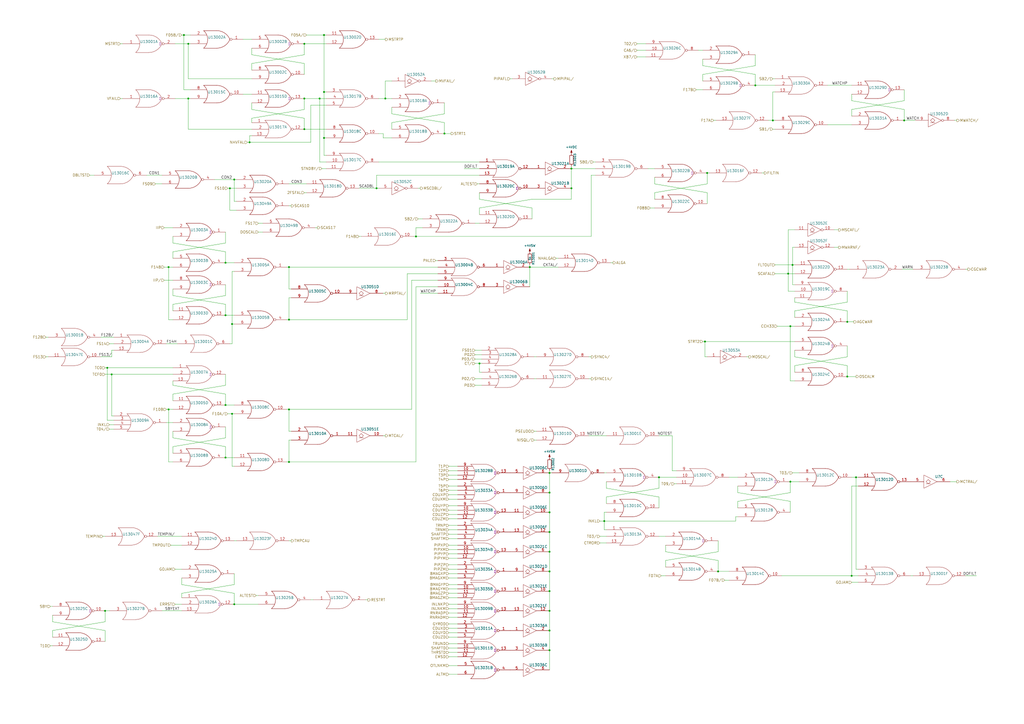
<source format=kicad_sch>
(kicad_sch (version 20211123) (generator eeschema)
  (paper "A2")
  (junction (at 167.64 185.42))
  (junction (at 144.78 82.55))
  (junction (at 318.77 331.47))
  (junction (at 318.77 354.33))
  (junction (at 491.49 186.69))
  (junction (at 458.47 189.23))
  (junction (at 350.52 302.26))
  (junction (at 382.27 276.86))
  (junction (at 416.56 331.47))
  (junction (at 318.77 308.61))
  (junction (at 167.64 154.94))
  (junction (at 130.81 234.95))
  (junction (at 410.21 100.33))
  (junction (at 408.94 198.12))
  (junction (at 135.89 104.14))
  (junction (at 458.47 279.4))
  (junction (at 457.2 158.75))
  (junction (at 130.81 265.43))
  (junction (at 257.81 77.47))
  (junction (at 218.44 109.22))
  (junction (at 491.49 218.44))
  (junction (at 109.22 57.15))
  (junction (at 109.22 25.4))
  (junction (at 106.68 20.32))
  (junction (at 318.77 297.18))
  (junction (at 97.79 154.94))
  (junction (at 318.77 320.04))
  (junction (at 130.81 152.4))
  (junction (at 185.42 57.15))
  (junction (at 318.77 274.32))
  (junction (at 318.77 365.76))
  (junction (at 187.96 80.01))
  (junction (at 318.77 377.19))
  (junction (at 62.23 213.36))
  (junction (at 318.77 285.75))
  (junction (at 130.81 182.88))
  (junction (at 331.47 109.22))
  (junction (at 60.96 354.33))
  (junction (at 241.3 137.16))
  (junction (at 494.03 334.01))
  (junction (at 524.51 69.85))
  (junction (at 459.74 153.67))
  (junction (at 64.77 217.17))
  (junction (at 307.34 154.94))
  (junction (at 134.62 240.03))
  (junction (at 187.96 20.32))
  (junction (at 438.15 49.53))
  (junction (at 278.13 210.82))
  (junction (at 97.79 237.49))
  (junction (at 133.35 109.22))
  (junction (at 176.53 57.15))
  (junction (at 187.96 53.34))
  (junction (at 135.89 350.52))
  (junction (at 134.62 187.96))
  (junction (at 176.53 74.93))
  (junction (at 331.47 97.79))
  (junction (at 318.77 342.9))
  (junction (at 223.52 57.15))
  (junction (at 167.64 237.49))
  (junction (at 167.64 267.97))
  (junction (at 176.53 25.4))
  (junction (at 496.57 276.86))
  (junction (at 448.31 69.85))
  (wire (pts (xy 167.64 172.72) (xy 168.91 172.72)))
  (wire (pts (xy 494.03 334.01) (xy 494.03 281.94)))
  (wire (pts (xy 63.5 248.92) (xy 66.04 248.92)))
  (wire (pts (xy 416.56 320.04) (xy 386.08 325.12)))
  (wire (pts (xy 408.94 207.01) (xy 410.21 207.01)))
  (wire (pts (xy 167.64 267.97) (xy 167.64 255.27)))
  (wire (pts (xy 496.57 276.86) (xy 496.57 330.2)))
  (wire (pts (xy 257.81 66.04) (xy 227.33 71.12)))
  (wire (pts (xy 308.61 115.57) (xy 278.13 120.65)))
  (wire (pts (xy 260.35 350.52) (xy 265.43 350.52)))
  (wire (pts (xy 176.53 74.93) (xy 176.53 68.58)))
  (wire (pts (xy 130.81 140.97) (xy 130.81 134.62)))
  (wire (pts (xy 309.88 255.27) (xy 311.15 255.27)))
  (wire (pts (xy 350.52 302.26) (xy 426.72 302.26)))
  (wire (pts (xy 130.81 223.52) (xy 130.81 217.17)))
  (wire (pts (xy 101.6 57.15) (xy 109.22 57.15)))
  (wire (pts (xy 223.52 46.99) (xy 223.52 57.15)))
  (wire (pts (xy 407.67 43.18) (xy 407.67 46.99)))
  (wire (pts (xy 223.52 57.15) (xy 227.33 57.15)))
  (wire (pts (xy 278.13 215.9) (xy 279.4 215.9)))
  (wire (pts (xy 416.56 325.12) (xy 386.08 320.04)))
  (wire (pts (xy 382.27 252.73) (xy 389.89 252.73)))
  (wire (pts (xy 494.03 63.5) (xy 494.03 67.31)))
  (wire (pts (xy 63.5 246.38) (xy 66.04 246.38)))
  (wire (pts (xy 130.81 228.6) (xy 130.81 234.95)))
  (wire (pts (xy 458.47 220.98) (xy 461.01 220.98)))
  (wire (pts (xy 458.47 189.23) (xy 461.01 189.23)))
  (wire (pts (xy 208.28 109.22) (xy 218.44 109.22)))
  (wire (pts (xy 167.64 250.19) (xy 168.91 250.19)))
  (wire (pts (xy 219.71 57.15) (xy 223.52 57.15)))
  (wire (pts (xy 62.23 243.84) (xy 66.04 243.84)))
  (wire (pts (xy 69.85 25.4) (xy 71.12 25.4)))
  (wire (pts (xy 187.96 53.34) (xy 187.96 80.01)))
  (wire (pts (xy 483.87 133.35) (xy 486.41 133.35)))
  (wire (pts (xy 350.52 274.32) (xy 351.79 274.32)))
  (wire (pts (xy 106.68 52.07) (xy 110.49 52.07)))
  (wire (pts (xy 59.69 311.15) (xy 60.96 311.15)))
  (wire (pts (xy 135.89 104.14) (xy 135.89 116.84)))
  (wire (pts (xy 223.52 22.86) (xy 219.71 22.86)))
  (wire (pts (xy 341.63 252.73) (xy 351.79 252.73)))
  (wire (pts (xy 130.81 171.45) (xy 130.81 165.1)))
  (wire (pts (xy 58.42 207.01) (xy 64.77 207.01)))
  (wire (pts (xy 135.89 339.09) (xy 135.89 332.74)))
  (wire (pts (xy 410.21 106.68) (xy 379.73 111.76)))
  (wire (pts (xy 60.96 354.33) (xy 63.5 354.33)))
  (wire (pts (xy 69.85 57.15) (xy 71.12 57.15)))
  (wire (pts (xy 260.35 287.02) (xy 265.43 287.02)))
  (wire (pts (xy 105.41 330.2) (xy 101.6 330.2)))
  (wire (pts (xy 176.53 57.15) (xy 185.42 57.15)))
  (wire (pts (xy 218.44 109.22) (xy 219.71 109.22)))
  (wire (pts (xy 176.53 36.83) (xy 146.05 31.75)))
  (wire (pts (xy 260.35 341.63) (xy 265.43 341.63)))
  (wire (pts (xy 64.77 241.3) (xy 66.04 241.3)))
  (wire (pts (xy 318.77 320.04) (xy 318.77 331.47)))
  (wire (pts (xy 344.17 93.98) (xy 345.44 93.98)))
  (wire (pts (xy 260.35 270.51) (xy 265.43 270.51)))
  (wire (pts (xy 260.35 386.08) (xy 265.43 386.08)))
  (wire (pts (xy 382.27 276.86) (xy 392.43 276.86)))
  (wire (pts (xy 176.53 74.93) (xy 189.23 74.93)))
  (wire (pts (xy 458.47 290.83) (xy 458.47 297.18)))
  (wire (pts (xy 260.35 361.95) (xy 265.43 361.95)))
  (wire (pts (xy 135.89 116.84) (xy 137.16 116.84)))
  (wire (pts (xy 60.96 217.17) (xy 64.77 217.17)))
  (wire (pts (xy 386.08 320.04) (xy 386.08 316.23)))
  (wire (pts (xy 494.03 58.42) (xy 494.03 54.61)))
  (wire (pts (xy 176.53 111.76) (xy 177.8 111.76)))
  (wire (pts (xy 130.81 259.08) (xy 100.33 254)))
  (wire (pts (xy 96.52 199.39) (xy 102.87 199.39)))
  (wire (pts (xy 410.21 118.11) (xy 410.21 111.76)))
  (wire (pts (xy 448.31 45.72) (xy 449.58 45.72)))
  (wire (pts (xy 58.42 195.58) (xy 66.04 195.58)))
  (wire (pts (xy 318.77 297.18) (xy 318.77 308.61)))
  (wire (pts (xy 275.59 208.28) (xy 279.4 208.28)))
  (wire (pts (xy 410.21 106.68) (xy 410.21 100.33)))
  (wire (pts (xy 242.57 109.22) (xy 243.84 109.22)))
  (wire (pts (xy 345.44 97.79) (xy 331.47 97.79)))
  (wire (pts (xy 242.57 127) (xy 245.11 127)))
  (wire (pts (xy 133.35 109.22) (xy 137.16 109.22)))
  (wire (pts (xy 146.05 31.75) (xy 146.05 27.94)))
  (wire (pts (xy 494.03 337.82) (xy 497.84 337.82)))
  (wire (pts (xy 182.88 132.08) (xy 184.15 132.08)))
  (wire (pts (xy 260.35 309.88) (xy 265.43 309.88)))
  (wire (pts (xy 457.2 133.35) (xy 457.2 158.75)))
  (wire (pts (xy 260.35 367.03) (xy 265.43 367.03)))
  (wire (pts (xy 480.06 72.39) (xy 494.03 72.39)))
  (wire (pts (xy 167.64 154.94) (xy 167.64 167.64)))
  (wire (pts (xy 491.49 180.34) (xy 491.49 186.69)))
  (wire (pts (xy 106.68 20.32) (xy 106.68 52.07)))
  (wire (pts (xy 386.08 325.12) (xy 386.08 328.93)))
  (wire (pts (xy 105.41 20.32) (xy 106.68 20.32)))
  (wire (pts (xy 528.32 334.01) (xy 529.59 334.01)))
  (wire (pts (xy 278.13 120.65) (xy 278.13 124.46)))
  (wire (pts (xy 252.73 46.99) (xy 250.19 46.99)))
  (wire (pts (xy 491.49 175.26) (xy 491.49 168.91)))
  (wire (pts (xy 427.99 290.83) (xy 427.99 294.64)))
  (wire (pts (xy 146.05 63.5) (xy 146.05 59.69)))
  (wire (pts (xy 176.53 57.15) (xy 176.53 63.5)))
  (wire (pts (xy 457.2 158.75) (xy 461.01 158.75)))
  (wire (pts (xy 100.33 146.05) (xy 100.33 149.86)))
  (wire (pts (xy 241.3 267.97) (xy 241.3 166.37)))
  (wire (pts (xy 350.52 297.18) (xy 351.79 297.18)))
  (wire (pts (xy 130.81 146.05) (xy 130.81 152.4)))
  (wire (pts (xy 375.92 97.79) (xy 379.73 97.79)))
  (wire (pts (xy 260.35 332.74) (xy 265.43 332.74)))
  (wire (pts (xy 64.77 217.17) (xy 100.33 217.17)))
  (wire (pts (xy 134.62 187.96) (xy 134.62 199.39)))
  (wire (pts (xy 260.35 284.48) (xy 265.43 284.48)))
  (wire (pts (xy 218.44 101.6) (xy 278.13 101.6)))
  (wire (pts (xy 459.74 143.51) (xy 459.74 153.67)))
  (wire (pts (xy 309.88 250.19) (xy 311.15 250.19)))
  (wire (pts (xy 416.56 313.69) (xy 416.56 320.04)))
  (wire (pts (xy 318.77 365.76) (xy 318.77 377.19)))
  (wire (pts (xy 307.34 154.94) (xy 307.34 166.37)))
  (wire (pts (xy 383.54 334.01) (xy 386.08 334.01)))
  (wire (pts (xy 167.64 185.42) (xy 167.64 172.72)))
  (wire (pts (xy 260.35 327.66) (xy 265.43 327.66)))
  (wire (pts (xy 461.01 133.35) (xy 457.2 133.35)))
  (wire (pts (xy 260.35 293.37) (xy 265.43 293.37)))
  (wire (pts (xy 448.31 69.85) (xy 448.31 53.34)))
  (wire (pts (xy 97.79 237.49) (xy 97.79 267.97)))
  (wire (pts (xy 30.48 374.65) (xy 29.21 374.65)))
  (wire (pts (xy 180.34 60.96) (xy 189.23 60.96)))
  (wire (pts (xy 130.81 265.43) (xy 135.89 265.43)))
  (wire (pts (xy 135.89 104.14) (xy 137.16 104.14)))
  (wire (pts (xy 101.6 25.4) (xy 109.22 25.4)))
  (wire (pts (xy 407.67 38.1) (xy 407.67 34.29)))
  (wire (pts (xy 422.91 276.86) (xy 427.99 276.86)))
  (wire (pts (xy 64.77 203.2) (xy 66.04 203.2)))
  (wire (pts (xy 63.5 199.39) (xy 66.04 199.39)))
  (wire (pts (xy 252.73 151.13) (xy 254 151.13)))
  (wire (pts (xy 260.35 300.99) (xy 265.43 300.99)))
  (wire (pts (xy 260.35 275.59) (xy 265.43 275.59)))
  (wire (pts (xy 219.71 93.98) (xy 278.13 93.98)))
  (wire (pts (xy 448.31 53.34) (xy 449.58 53.34)))
  (wire (pts (xy 494.03 276.86) (xy 496.57 276.86)))
  (wire (pts (xy 494.03 334.01) (xy 497.84 334.01)))
  (wire (pts (xy 236.22 185.42) (xy 236.22 158.75)))
  (wire (pts (xy 260.35 335.28) (xy 265.43 335.28)))
  (wire (pts (xy 480.06 49.53) (xy 494.03 49.53)))
  (wire (pts (xy 105.41 344.17) (xy 105.41 346.71)))
  (wire (pts (xy 100.33 171.45) (xy 100.33 167.64)))
  (wire (pts (xy 369.57 25.4) (xy 374.65 25.4)))
  (wire (pts (xy 166.37 237.49) (xy 167.64 237.49)))
  (wire (pts (xy 278.13 210.82) (xy 279.4 210.82)))
  (wire (pts (xy 260.35 295.91) (xy 265.43 295.91)))
  (wire (pts (xy 260.35 344.17) (xy 265.43 344.17)))
  (wire (pts (xy 135.89 157.48) (xy 134.62 157.48)))
  (wire (pts (xy 135.89 339.09) (xy 105.41 344.17)))
  (wire (pts (xy 275.59 219.71) (xy 279.4 219.71)))
  (wire (pts (xy 382.27 283.21) (xy 351.79 288.29)))
  (wire (pts (xy 318.77 274.32) (xy 318.77 285.75)))
  (wire (pts (xy 227.33 46.99) (xy 223.52 46.99)))
  (wire (pts (xy 523.24 156.21) (xy 529.59 156.21)))
  (wire (pts (xy 307.34 153.67) (xy 307.34 154.94)))
  (wire (pts (xy 449.58 153.67) (xy 459.74 153.67)))
  (wire (pts (xy 167.64 185.42) (xy 236.22 185.42)))
  (wire (pts (xy 318.77 274.32) (xy 320.04 274.32)))
  (wire (pts (xy 185.42 57.15) (xy 185.42 93.98)))
  (wire (pts (xy 433.07 207.01) (xy 434.34 207.01)))
  (wire (pts (xy 553.72 69.85) (xy 554.99 69.85)))
  (wire (pts (xy 134.62 199.39) (xy 133.35 199.39)))
  (wire (pts (xy 416.56 325.12) (xy 416.56 331.47)))
  (wire (pts (xy 130.81 146.05) (xy 100.33 140.97)))
  (wire (pts (xy 260.35 316.23) (xy 265.43 316.23)))
  (wire (pts (xy 309.88 207.01) (xy 311.15 207.01)))
  (wire (pts (xy 438.15 38.1) (xy 438.15 31.75)))
  (wire (pts (xy 427.99 285.75) (xy 427.99 281.94)))
  (wire (pts (xy 167.64 167.64) (xy 168.91 167.64)))
  (wire (pts (xy 109.22 25.4) (xy 109.22 45.72)))
  (wire (pts (xy 457.2 168.91) (xy 461.01 168.91)))
  (wire (pts (xy 524.51 69.85) (xy 530.86 69.85)))
  (wire (pts (xy 260.35 381) (xy 265.43 381)))
  (wire (pts (xy 100.33 228.6) (xy 100.33 232.41)))
  (wire (pts (xy 389.89 252.73) (xy 389.89 273.05)))
  (wire (pts (xy 260.35 273.05) (xy 265.43 273.05)))
  (wire (pts (xy 391.16 280.67) (xy 392.43 280.67)))
  (wire (pts (xy 91.44 311.15) (xy 105.41 311.15)))
  (wire (pts (xy 458.47 285.75) (xy 427.99 290.83)))
  (wire (pts (xy 257.81 71.12) (xy 227.33 66.04)))
  (wire (pts (xy 176.53 25.4) (xy 176.53 31.75)))
  (wire (pts (xy 187.96 20.32) (xy 187.96 53.34)))
  (wire (pts (xy 410.21 111.76) (xy 379.73 106.68)))
  (wire (pts (xy 140.97 54.61) (xy 146.05 54.61)))
  (wire (pts (xy 369.57 29.21) (xy 374.65 29.21)))
  (wire (pts (xy 130.81 223.52) (xy 100.33 228.6)))
  (wire (pts (xy 257.81 77.47) (xy 257.81 71.12)))
  (wire (pts (xy 426.72 302.26) (xy 426.72 299.72)))
  (wire (pts (xy 105.41 350.52) (xy 101.6 350.52)))
  (wire (pts (xy 167.64 255.27) (xy 168.91 255.27)))
  (wire (pts (xy 420.37 336.55) (xy 422.91 336.55)))
  (wire (pts (xy 238.76 237.49) (xy 238.76 162.56)))
  (wire (pts (xy 448.31 69.85) (xy 449.58 69.85)))
  (wire (pts (xy 459.74 143.51) (xy 461.01 143.51)))
  (wire (pts (xy 186.69 97.79) (xy 189.23 97.79)))
  (wire (pts (xy 414.02 69.85) (xy 415.29 69.85)))
  (wire (pts (xy 382.27 276.86) (xy 382.27 283.21)))
  (wire (pts (xy 241.3 132.08) (xy 245.11 132.08)))
  (wire (pts (xy 278.13 210.82) (xy 278.13 215.9)))
  (wire (pts (xy 382.27 288.29) (xy 382.27 294.64)))
  (wire (pts (xy 260.35 298.45) (xy 265.43 298.45)))
  (wire (pts (xy 491.49 175.26) (xy 461.01 180.34)))
  (wire (pts (xy 130.81 176.53) (xy 130.81 182.88)))
  (wire (pts (xy 167.64 267.97) (xy 241.3 267.97)))
  (wire (pts (xy 457.2 158.75) (xy 457.2 168.91)))
  (wire (pts (xy 308.61 120.65) (xy 278.13 115.57)))
  (wire (pts (xy 96.52 245.11) (xy 100.33 245.11)))
  (wire (pts (xy 260.35 373.38) (xy 265.43 373.38)))
  (wire (pts (xy 100.33 140.97) (xy 100.33 137.16)))
  (wire (pts (xy 130.81 171.45) (xy 100.33 176.53)))
  (wire (pts (xy 405.13 29.21) (xy 407.67 29.21)))
  (wire (pts (xy 149.86 134.62) (xy 152.4 134.62)))
  (wire (pts (xy 524.51 69.85) (xy 524.51 63.5)))
  (wire (pts (xy 167.64 154.94) (xy 254 154.94)))
  (wire (pts (xy 416.56 331.47) (xy 422.91 331.47)))
  (wire (pts (xy 167.64 237.49) (xy 167.64 250.19)))
  (wire (pts (xy 30.48 360.68) (xy 30.48 356.87)))
  (wire (pts (xy 438.15 38.1) (xy 407.67 43.18)))
  (wire (pts (xy 318.77 331.47) (xy 318.77 342.9)))
  (wire (pts (xy 105.41 339.09) (xy 105.41 335.28)))
  (wire (pts (xy 408.94 198.12) (xy 461.01 198.12)))
  (wire (pts (xy 448.31 74.93) (xy 449.58 74.93)))
  (wire (pts (xy 382.27 311.15) (xy 386.08 311.15)))
  (wire (pts (xy 130.81 182.88) (xy 135.89 182.88)))
  (wire (pts (xy 143.51 82.55) (xy 144.78 82.55)))
  (wire (pts (xy 257.81 77.47) (xy 261.62 77.47)))
  (wire (pts (xy 95.25 132.08) (xy 100.33 132.08)))
  (wire (pts (xy 62.23 213.36) (xy 100.33 213.36)))
  (wire (pts (xy 461.01 180.34) (xy 461.01 184.15)))
  (wire (pts (xy 347.98 311.15) (xy 351.79 311.15)))
  (wire (pts (xy 93.98 106.68) (xy 90.17 106.68)))
  (wire (pts (xy 180.34 82.55) (xy 180.34 60.96)))
  (wire (pts (xy 236.22 158.75) (xy 254 158.75)))
  (wire (pts (xy 166.37 154.94) (xy 167.64 154.94)))
  (wire (pts (xy 241.3 137.16) (xy 241.3 132.08)))
  (wire (pts (xy 342.9 137.16) (xy 342.9 101.6)))
  (wire (pts (xy 148.59 345.44) (xy 149.86 345.44)))
  (wire (pts (xy 275.59 210.82) (xy 278.13 210.82)))
  (wire (pts (xy 275.59 223.52) (xy 279.4 223.52)))
  (wire (pts (xy 260.35 289.56) (xy 265.43 289.56)))
  (wire (pts (xy 309.88 219.71) (xy 311.15 219.71)))
  (wire (pts (xy 278.13 97.79) (xy 269.24 97.79)))
  (wire (pts (xy 62.23 213.36) (xy 62.23 243.84)))
  (wire (pts (xy 260.35 323.85) (xy 265.43 323.85)))
  (wire (pts (xy 524.51 58.42) (xy 494.03 63.5)))
  (wire (pts (xy 410.21 100.33) (xy 411.48 100.33)))
  (wire (pts (xy 257.81 66.04) (xy 257.81 59.69)))
  (wire (pts (xy 260.35 378.46) (xy 265.43 378.46)))
  (wire (pts (xy 377.19 120.65) (xy 379.73 120.65)))
  (wire (pts (xy 96.52 237.49) (xy 97.79 237.49)))
  (wire (pts (xy 100.33 223.52) (xy 100.33 220.98)))
  (wire (pts (xy 524.51 58.42) (xy 524.51 52.07)))
  (wire (pts (xy 106.68 20.32) (xy 110.49 20.32)))
  (wire (pts (xy 308.61 127) (xy 308.61 120.65)))
  (wire (pts (xy 350.52 302.26) (xy 350.52 307.34)))
  (wire (pts (xy 260.35 391.16) (xy 265.43 391.16)))
  (wire (pts (xy 260.35 369.57) (xy 265.43 369.57)))
  (wire (pts (xy 60.96 372.11) (xy 60.96 365.76)))
  (wire (pts (xy 130.81 140.97) (xy 100.33 146.05)))
  (wire (pts (xy 331.47 115.57) (xy 308.61 115.57)))
  (wire (pts (xy 560.07 156.21) (xy 561.34 156.21)))
  (wire (pts (xy 130.81 265.43) (xy 130.81 259.08)))
  (wire (pts (xy 459.74 274.32) (xy 463.55 274.32)))
  (wire (pts (xy 146.05 36.83) (xy 146.05 40.64)))
  (wire (pts (xy 109.22 57.15) (xy 109.22 74.93)))
  (wire (pts (xy 320.04 45.72) (xy 321.31 45.72)))
  (wire (pts (xy 140.97 22.86) (xy 146.05 22.86)))
  (wire (pts (xy 124.46 104.14) (xy 135.89 104.14)))
  (wire (pts (xy 167.64 237.49) (xy 238.76 237.49)))
  (wire (pts (xy 461.01 212.09) (xy 461.01 215.9)))
  (wire (pts (xy 213.36 347.98) (xy 212.09 347.98)))
  (wire (pts (xy 241.3 137.16) (xy 342.9 137.16)))
  (wire (pts (xy 382.27 288.29) (xy 351.79 283.21)))
  (wire (pts (xy 130.81 228.6) (xy 100.33 223.52)))
  (wire (pts (xy 566.42 334.01) (xy 560.07 334.01)))
  (wire (pts (xy 342.9 207.01) (xy 341.63 207.01)))
  (wire (pts (xy 135.89 270.51) (xy 134.62 270.51)))
  (wire (pts (xy 260.35 346.71) (xy 265.43 346.71)))
  (wire (pts (xy 26.67 195.58) (xy 27.94 195.58)))
  (wire (pts (xy 369.57 33.02) (xy 374.65 33.02)))
  (wire (pts (xy 494.03 281.94) (xy 497.84 281.94)))
  (wire (pts (xy 275.59 203.2) (xy 279.4 203.2)))
  (wire (pts (xy 260.35 318.77) (xy 265.43 318.77)))
  (wire (pts (xy 496.57 330.2) (xy 497.84 330.2)))
  (wire (pts (xy 449.58 158.75) (xy 457.2 158.75)))
  (wire (pts (xy 347.98 314.96) (xy 351.79 314.96)))
  (wire (pts (xy 100.33 176.53) (xy 100.33 180.34)))
  (wire (pts (xy 60.96 365.76) (xy 30.48 360.68)))
  (wire (pts (xy 187.96 20.32) (xy 189.23 20.32)))
  (wire (pts (xy 491.49 207.01) (xy 461.01 212.09)))
  (wire (pts (xy 185.42 93.98) (xy 189.23 93.98)))
  (wire (pts (xy 318.77 285.75) (xy 318.77 297.18)))
  (wire (pts (xy 260.35 312.42) (xy 265.43 312.42)))
  (wire (pts (xy 491.49 180.34) (xy 461.01 175.26)))
  (wire (pts (xy 130.81 254) (xy 130.81 247.65)))
  (wire (pts (xy 222.25 80.01) (xy 227.33 80.01)))
  (wire (pts (xy 438.15 49.53) (xy 449.58 49.53)))
  (wire (pts (xy 260.35 353.06) (xy 265.43 353.06)))
  (wire (pts (xy 99.06 316.23) (xy 105.41 316.23)))
  (wire (pts (xy 491.49 186.69) (xy 495.3 186.69)))
  (wire (pts (xy 134.62 157.48) (xy 134.62 187.96)))
  (wire (pts (xy 222.25 252.73) (xy 223.52 252.73)))
  (wire (pts (xy 130.81 176.53) (xy 100.33 171.45)))
  (wire (pts (xy 260.35 321.31) (xy 265.43 321.31)))
  (wire (pts (xy 177.8 20.32) (xy 187.96 20.32)))
  (wire (pts (xy 491.49 218.44) (xy 491.49 212.09)))
  (wire (pts (xy 208.28 137.16) (xy 209.55 137.16)))
  (wire (pts (xy 95.25 154.94) (xy 97.79 154.94)))
  (wire (pts (xy 459.74 165.1) (xy 461.01 165.1)))
  (wire (pts (xy 54.61 101.6) (xy 52.07 101.6)))
  (wire (pts (xy 130.81 254) (xy 100.33 259.08)))
  (wire (pts (xy 350.52 297.18) (xy 350.52 302.26)))
  (wire (pts (xy 379.73 106.68) (xy 379.73 102.87)))
  (wire (pts (xy 342.9 219.71) (xy 341.63 219.71)))
  (wire (pts (xy 130.81 234.95) (xy 135.89 234.95)))
  (wire (pts (xy 461.01 207.01) (xy 461.01 203.2)))
  (wire (pts (xy 97.79 267.97) (xy 100.33 267.97)))
  (wire (pts (xy 458.47 189.23) (xy 458.47 220.98)))
  (wire (pts (xy 554.99 279.4) (xy 551.18 279.4)))
  (wire (pts (xy 132.08 109.22) (xy 133.35 109.22)))
  (wire (pts (xy 60.96 360.68) (xy 30.48 365.76)))
  (wire (pts (xy 260.35 278.13) (xy 265.43 278.13)))
  (wire (pts (xy 491.49 156.21) (xy 492.76 156.21)))
  (wire (pts (xy 458.47 285.75) (xy 458.47 279.4)))
  (wire (pts (xy 408.94 198.12) (xy 408.94 207.01)))
  (wire (pts (xy 133.35 121.92) (xy 137.16 121.92)))
  (wire (pts (xy 260.35 358.14) (xy 265.43 358.14)))
  (wire (pts (xy 407.67 198.12) (xy 408.94 198.12)))
  (wire (pts (xy 491.49 212.09) (xy 461.01 207.01)))
  (wire (pts (xy 176.53 43.18) (xy 176.53 36.83)))
  (wire (pts (xy 135.89 350.52) (xy 135.89 344.17)))
  (wire (pts (xy 132.08 240.03) (xy 134.62 240.03)))
  (wire (pts (xy 97.79 154.94) (xy 100.33 154.94)))
  (wire (pts (xy 275.59 205.74) (xy 279.4 205.74)))
  (wire (pts (xy 168.91 313.69) (xy 167.64 313.69)))
  (wire (pts (xy 403.86 52.07) (xy 407.67 52.07)))
  (wire (pts (xy 222.25 80.01) (xy 222.25 77.47)))
  (wire (pts (xy 459.74 153.67) (xy 459.74 165.1)))
  (wire (pts (xy 176.53 25.4) (xy 189.23 25.4)))
  (wire (pts (xy 167.64 119.38) (xy 168.91 119.38)))
  (wire (pts (xy 524.51 63.5) (xy 494.03 58.42)))
  (wire (pts (xy 97.79 237.49) (xy 100.33 237.49)))
  (wire (pts (xy 218.44 109.22) (xy 218.44 101.6)))
  (wire (pts (xy 189.23 53.34) (xy 187.96 53.34)))
  (wire (pts (xy 275.59 129.54) (xy 278.13 129.54)))
  (wire (pts (xy 109.22 57.15) (xy 110.49 57.15)))
  (wire (pts (xy 342.9 101.6) (xy 345.44 101.6)))
  (wire (pts (xy 318.77 308.61) (xy 318.77 320.04)))
  (wire (pts (xy 135.89 313.69) (xy 137.16 313.69)))
  (wire (pts (xy 295.91 45.72) (xy 297.18 45.72)))
  (wire (pts (xy 144.78 82.55) (xy 180.34 82.55)))
  (wire (pts (xy 260.35 307.34) (xy 265.43 307.34)))
  (wire (pts (xy 260.35 339.09) (xy 265.43 339.09)))
  (wire (pts (xy 144.78 78.74) (xy 146.05 78.74)))
  (wire (pts (xy 60.96 360.68) (xy 60.96 354.33)))
  (wire (pts (xy 323.85 149.86) (xy 322.58 149.86)))
  (wire (pts (xy 185.42 57.15) (xy 189.23 57.15)))
  (wire (pts (xy 458.47 279.4) (xy 463.55 279.4)))
  (wire (pts (xy 166.37 267.97) (xy 167.64 267.97)))
  (wire (pts (xy 459.74 153.67) (xy 461.01 153.67)))
  (wire (pts (xy 133.35 109.22) (xy 133.35 121.92)))
  (wire (pts (xy 318.77 342.9) (xy 318.77 354.33)))
  (wire (pts (xy 318.77 273.05) (xy 318.77 274.32)))
  (wire (pts (xy 135.89 344.17) (xy 105.41 339.09)))
  (wire (pts (xy 227.33 66.04) (xy 227.33 62.23)))
  (wire (pts (xy 458.47 290.83) (xy 427.99 285.75)))
  (wire (pts (xy 355.6 152.4) (xy 354.33 152.4)))
  (wire (pts (xy 496.57 276.86) (xy 497.84 276.86)))
  (wire (pts (xy 93.98 354.33) (xy 105.41 354.33)))
  (wire (pts (xy 426.72 299.72) (xy 427.99 299.72)))
  (wire (pts (xy 146.05 68.58) (xy 146.05 71.12)))
  (wire (pts (xy 347.98 302.26) (xy 350.52 302.26)))
  (wire (pts (xy 260.35 364.49) (xy 265.43 364.49)))
  (wire (pts (xy 187.96 80.01) (xy 187.96 90.17)))
  (wire (pts (xy 134.62 187.96) (xy 135.89 187.96)))
  (wire (pts (xy 445.77 69.85) (xy 448.31 69.85)))
  (wire (pts (xy 278.13 115.57) (xy 278.13 111.76)))
  (wire (pts (xy 222.25 170.18) (xy 223.52 170.18)))
  (wire (pts (xy 176.53 31.75) (xy 146.05 36.83)))
  (wire (pts (xy 438.15 49.53) (xy 438.15 43.18)))
  (wire (pts (xy 379.73 111.76) (xy 379.73 115.57)))
  (wire (pts (xy 260.35 330.2) (xy 265.43 330.2)))
  (wire (pts (xy 240.03 137.16) (xy 241.3 137.16)))
  (wire (pts (xy 97.79 185.42) (xy 100.33 185.42)))
  (wire (pts (xy 180.34 347.98) (xy 181.61 347.98)))
  (wire (pts (xy 461.01 175.26) (xy 461.01 172.72)))
  (wire (pts (xy 241.3 166.37) (xy 254 166.37)))
  (wire (pts (xy 64.77 207.01) (xy 64.77 203.2)))
  (wire (pts (xy 64.77 217.17) (xy 64.77 241.3)))
  (wire (pts (xy 60.96 213.36) (xy 62.23 213.36)))
  (wire (pts (xy 30.48 351.79) (xy 29.21 351.79)))
  (wire (pts (xy 134.62 240.03) (xy 135.89 240.03)))
  (wire (pts (xy 93.98 101.6) (xy 85.09 101.6)))
  (wire (pts (xy 135.89 350.52) (xy 149.86 350.52)))
  (wire (pts (xy 109.22 74.93) (xy 146.05 74.93)))
  (wire (pts (xy 97.79 185.42) (xy 97.79 154.94)))
  (wire (pts (xy 109.22 45.72) (xy 146.05 45.72)))
  (wire (pts (xy 318.77 377.19) (xy 318.77 388.62)))
  (wire (pts (xy 26.67 207.01) (xy 27.94 207.01)))
  (wire (pts (xy 438.15 43.18) (xy 407.67 38.1)))
  (wire (pts (xy 441.96 100.33) (xy 443.23 100.33)))
  (wire (pts (xy 351.79 288.29) (xy 351.79 292.1)))
  (wire (pts (xy 187.96 80.01) (xy 189.23 80.01)))
  (wire (pts (xy 389.89 273.05) (xy 392.43 273.05)))
  (wire (pts (xy 350.52 307.34) (xy 351.79 307.34)))
  (wire (pts (xy 331.47 97.79) (xy 331.47 109.22)))
  (wire (pts (xy 30.48 365.76) (xy 30.48 369.57)))
  (wire (pts (xy 491.49 207.01) (xy 491.49 200.66)))
  (wire (pts (xy 331.47 96.52) (xy 331.47 97.79)))
  (wire (pts (xy 260.35 281.94) (xy 265.43 281.94)))
  (wire (pts (xy 144.78 78.74) (xy 144.78 82.55)))
  (wire (pts (xy 351.79 283.21) (xy 351.79 279.4)))
  (wire (pts (xy 176.53 63.5) (xy 146.05 68.58)))
  (wire (pts (xy 95.25 162.56) (xy 100.33 162.56)))
  (wire (pts (xy 260.35 375.92) (xy 265.43 375.92)))
  (wire (pts (xy 243.84 170.18) (xy 254 170.18)))
  (wire (pts (xy 318.77 354.33) (xy 318.77 365.76)))
  (wire (pts (xy 278.13 106.68) (xy 276.86 106.68)))
  (wire (pts (xy 100.33 259.08) (xy 100.33 262.89)))
  (wire (pts (xy 109.22 25.4) (xy 110.49 25.4)))
  (wire (pts (xy 222.25 77.47) (xy 219.71 77.47)))
  (wire (pts (xy 134.62 270.51) (xy 134.62 240.03)))
  (wire (pts (xy 227.33 71.12) (xy 227.33 74.93)))
  (wire (pts (xy 453.39 334.01) (xy 494.03 334.01)))
  (wire (pts (xy 260.35 355.6) (xy 265.43 355.6)))
  (wire (pts (xy 238.76 162.56) (xy 254 162.56)))
  (wire (pts (xy 331.47 109.22) (xy 331.47 115.57)))
  (wire (pts (xy 491.49 218.44) (xy 496.57 218.44)))
  (wire (pts (xy 260.35 304.8) (xy 265.43 304.8)))
  (wire (pts (xy 450.85 189.23) (xy 458.47 189.23)))
  (wire (pts (xy 176.53 68.58) (xy 146.05 63.5)))
  (wire (pts (xy 177.8 106.68) (xy 167.64 106.68)))
  (wire (pts (xy 149.86 129.54) (xy 152.4 129.54)))
  (wire (pts (xy 100.33 254) (xy 100.33 250.19)))
  (wire (pts (xy 166.37 185.42) (xy 167.64 185.42)))
  (wire (pts (xy 307.34 154.94) (xy 323.85 154.94)))
  (wire (pts (xy 130.81 152.4) (xy 135.89 152.4)))
  (wire (pts (xy 483.87 143.51) (xy 486.41 143.51)))
  (wire (pts (xy 187.96 90.17) (xy 189.23 90.17)))
  (label "FS13/" (at 64.77 207.01 180) (effects (font (size 1.524 1.524))))
  (label "TEMPIN/" (at 91.44 311.15 0) (effects (font (size 1.524 1.524))))
  (label "NOTEST" (at 389.89 252.73 180) (effects (font (size 1.524 1.524))))
  (label "WARN" (at 529.59 156.21 180) (effects (font (size 1.524 1.524))))
  (label "CON1" (at 86.36 101.6 0) (effects (font (size 1.524 1.524))))
  (label "NOTEST/" (at 350.52 252.73 180) (effects (font (size 1.524 1.524))))
  (label "DOFILT" (at 269.24 97.79 0) (effects (font (size 1.524 1.524))))
  (label "SCADBL" (at 208.28 109.22 0) (effects (font (size 1.524 1.524))))
  (label "CKTAL/" (at 314.96 154.94 0) (effects (font (size 1.524 1.524))))
  (label "F12B/" (at 66.04 195.58 180) (effects (font (size 1.524 1.524))))
  (label "CON3" (at 168.91 106.68 0) (effects (font (size 1.524 1.524))))
  (label "WATCHP" (at 243.84 170.18 0) (effects (font (size 1.524 1.524))))
  (label "DOFILT" (at 566.42 334.01 180) (effects (font (size 1.524 1.524))))
  (label "CON2" (at 128.27 104.14 0) (effects (font (size 1.524 1.524))))
  (label "F14H" (at 96.52 199.39 0) (effects (font (size 1.524 1.524))))
  (label "WATCHP" (at 482.6 49.53 0) (effects (font (size 1.524 1.524))))
  (label "SBYEXT" (at 104.14 354.33 180) (effects (font (size 1.524 1.524))))
  (label "WATCH" (at 525.78 69.85 0) (effects (font (size 1.524 1.524))))
  (hierarchical_label "XB7/" (shape input) (at 369.57 33.02 180) (effects (font (size 1.524 1.524))))
  (hierarchical_label "SB1/" (shape input) (at 448.31 74.93 180) (effects (font (size 1.524 1.524))))
  (hierarchical_label "F12B" (shape input) (at 26.67 195.58 180) (effects (font (size 1.524 1.524))))
  (hierarchical_label "P03" (shape input) (at 275.59 223.52 180) (effects (font (size 1.524 1.524))))
  (hierarchical_label "P02/" (shape input) (at 275.59 219.71 180) (effects (font (size 1.524 1.524))))
  (hierarchical_label "T6P" (shape input) (at 260.35 284.48 180) (effects (font (size 1.524 1.524))))
  (hierarchical_label "GOJAM" (shape input) (at 494.03 337.82 180) (effects (font (size 1.524 1.524))))
  (hierarchical_label "T04/" (shape input) (at 63.5 248.92 180) (effects (font (size 1.524 1.524))))
  (hierarchical_label "ERRST" (shape input) (at 101.6 350.52 180) (effects (font (size 1.524 1.524))))
  (hierarchical_label "CA6/" (shape input) (at 369.57 29.21 180) (effects (font (size 1.524 1.524))))
  (hierarchical_label "MSTRT" (shape input) (at 69.85 25.4 180) (effects (font (size 1.524 1.524))))
  (hierarchical_label "CDUXP" (shape input) (at 260.35 287.02 180) (effects (font (size 1.524 1.524))))
  (hierarchical_label "STNDBY/" (shape input) (at 186.69 97.79 180) (effects (font (size 1.524 1.524))))
  (hierarchical_label "T02/" (shape input) (at 369.57 25.4 180) (effects (font (size 1.524 1.524))))
  (hierarchical_label "PIPXP" (shape input) (at 260.35 316.23 180) (effects (font (size 1.524 1.524))))
  (hierarchical_label "SBY" (shape input) (at 29.21 351.79 180) (effects (font (size 1.524 1.524))))
  (hierarchical_label "AGCWAR" (shape output) (at 495.3 186.69 0) (effects (font (size 1.524 1.524))))
  (hierarchical_label "F07B/" (shape input) (at 420.37 336.55 180) (effects (font (size 1.524 1.524))))
  (hierarchical_label "CGCWAR" (shape output) (at 561.34 156.21 0) (effects (font (size 1.524 1.524))))
  (hierarchical_label "GOJAM" (shape input) (at 101.6 330.2 180) (effects (font (size 1.524 1.524))))
  (hierarchical_label "RNRADM" (shape input) (at 260.35 358.14 180) (effects (font (size 1.524 1.524))))
  (hierarchical_label "SCAS17" (shape output) (at 184.15 132.08 0) (effects (font (size 1.524 1.524))))
  (hierarchical_label "TRNP" (shape input) (at 260.35 304.8 180) (effects (font (size 1.524 1.524))))
  (hierarchical_label "F17B" (shape input) (at 403.86 52.07 180) (effects (font (size 1.524 1.524))))
  (hierarchical_label "ALTM" (shape input) (at 260.35 391.16 180) (effects (font (size 1.524 1.524))))
  (hierarchical_label "SCAFAL" (shape input) (at 449.58 158.75 180) (effects (font (size 1.524 1.524))))
  (hierarchical_label "FS01" (shape input) (at 275.59 203.2 180) (effects (font (size 1.524 1.524))))
  (hierarchical_label "MPIPAL/" (shape output) (at 321.31 45.72 0) (effects (font (size 1.524 1.524))))
  (hierarchical_label "SB2/" (shape input) (at 448.31 45.72 180) (effects (font (size 1.524 1.524))))
  (hierarchical_label "PIPZM" (shape input) (at 260.35 330.2 180) (effects (font (size 1.524 1.524))))
  (hierarchical_label "CCH33" (shape input) (at 450.85 189.23 180) (effects (font (size 1.524 1.524))))
  (hierarchical_label "P02" (shape input) (at 275.59 205.74 180) (effects (font (size 1.524 1.524))))
  (hierarchical_label "CDUZP" (shape input) (at 260.35 298.45 180) (effects (font (size 1.524 1.524))))
  (hierarchical_label "RESTRT" (shape output) (at 213.36 347.98 0) (effects (font (size 1.524 1.524))))
  (hierarchical_label "STRT1" (shape output) (at 261.62 77.47 0) (effects (font (size 1.524 1.524))))
  (hierarchical_label "F08B" (shape input) (at 377.19 120.65 180) (effects (font (size 1.524 1.524))))
  (hierarchical_label "DBLTST" (shape input) (at 52.07 101.6 180) (effects (font (size 1.524 1.524))))
  (hierarchical_label "T10" (shape input) (at 29.21 374.65 180) (effects (font (size 1.524 1.524))))
  (hierarchical_label "BMAGZM" (shape input) (at 260.35 346.71 180) (effects (font (size 1.524 1.524))))
  (hierarchical_label "T03/" (shape input) (at 347.98 311.15 180) (effects (font (size 1.524 1.524))))
  (hierarchical_label "F07A" (shape input) (at 383.54 334.01 180) (effects (font (size 1.524 1.524))))
  (hierarchical_label "TMPOUT" (shape input) (at 99.06 316.23 180) (effects (font (size 1.524 1.524))))
  (hierarchical_label "SHAFTP" (shape input) (at 260.35 309.88 180) (effects (font (size 1.524 1.524))))
  (hierarchical_label "BMAGXP" (shape input) (at 260.35 332.74 180) (effects (font (size 1.524 1.524))))
  (hierarchical_label "SHAFTD" (shape input) (at 260.35 375.92 180) (effects (font (size 1.524 1.524))))
  (hierarchical_label "INLNKM" (shape input) (at 260.35 353.06 180) (effects (font (size 1.524 1.524))))
  (hierarchical_label "CDUXM" (shape input) (at 260.35 289.56 180) (effects (font (size 1.524 1.524))))
  (hierarchical_label "RNRADP" (shape input) (at 260.35 355.6 180) (effects (font (size 1.524 1.524))))
  (hierarchical_label "VFAIL" (shape input) (at 69.85 57.15 180) (effects (font (size 1.524 1.524))))
  (hierarchical_label "F05A/" (shape input) (at 177.8 20.32 180) (effects (font (size 1.524 1.524))))
  (hierarchical_label "TRUND" (shape input) (at 260.35 373.38 180) (effects (font (size 1.524 1.524))))
  (hierarchical_label "IIP" (shape input) (at 95.25 132.08 180) (effects (font (size 1.524 1.524))))
  (hierarchical_label "P03/" (shape input) (at 275.59 208.28 180) (effects (font (size 1.524 1.524))))
  (hierarchical_label "F05B/" (shape input) (at 105.41 20.32 180) (effects (font (size 1.524 1.524))))
  (hierarchical_label "TMPCAU" (shape output) (at 168.91 313.69 0) (effects (font (size 1.524 1.524))))
  (hierarchical_label "SYNC4/" (shape output) (at 342.9 207.01 0) (effects (font (size 1.524 1.524))))
  (hierarchical_label "ALTEST" (shape input) (at 276.86 106.68 180) (effects (font (size 1.524 1.524))))
  (hierarchical_label "IIP/" (shape input) (at 95.25 162.56 180) (effects (font (size 1.524 1.524))))
  (hierarchical_label "NISQL/" (shape input) (at 309.88 255.27 180) (effects (font (size 1.524 1.524))))
  (hierarchical_label "CDUXD" (shape input) (at 260.35 364.49 180) (effects (font (size 1.524 1.524))))
  (hierarchical_label "FS10" (shape input) (at 132.08 109.22 180) (effects (font (size 1.524 1.524))))
  (hierarchical_label "MWATCH/" (shape output) (at 554.99 69.85 0) (effects (font (size 1.524 1.524))))
  (hierarchical_label "BMAGXM" (shape input) (at 260.35 335.28 180) (effects (font (size 1.524 1.524))))
  (hierarchical_label "MSTRTP" (shape output) (at 223.52 22.86 0) (effects (font (size 1.524 1.524))))
  (hierarchical_label "INKL" (shape input) (at 347.98 302.26 180) (effects (font (size 1.524 1.524))))
  (hierarchical_label "TRNM" (shape input) (at 260.35 307.34 180) (effects (font (size 1.524 1.524))))
  (hierarchical_label "PIPYM" (shape input) (at 260.35 323.85 180) (effects (font (size 1.524 1.524))))
  (hierarchical_label "FLTOUT" (shape input) (at 449.58 153.67 180) (effects (font (size 1.524 1.524))))
  (hierarchical_label "TC0" (shape input) (at 60.96 213.36 180) (effects (font (size 1.524 1.524))))
  (hierarchical_label "FS14" (shape input) (at 63.5 199.39 180) (effects (font (size 1.524 1.524))))
  (hierarchical_label "SHAFTM" (shape input) (at 260.35 312.42 180) (effects (font (size 1.524 1.524))))
  (hierarchical_label "FS17" (shape input) (at 149.86 129.54 180) (effects (font (size 1.524 1.524))))
  (hierarchical_label "MWARNF/" (shape output) (at 486.41 143.51 0) (effects (font (size 1.524 1.524))))
  (hierarchical_label "PIPAFL" (shape input) (at 295.91 45.72 180) (effects (font (size 1.524 1.524))))
  (hierarchical_label "CDUYP" (shape input) (at 260.35 293.37 180) (effects (font (size 1.524 1.524))))
  (hierarchical_label "SB0/" (shape input) (at 344.17 93.98 180) (effects (font (size 1.524 1.524))))
  (hierarchical_label "F14B" (shape input) (at 95.25 154.94 180) (effects (font (size 1.524 1.524))))
  (hierarchical_label "SB2/" (shape input) (at 242.57 127 180) (effects (font (size 1.524 1.524))))
  (hierarchical_label "MVFAIL/" (shape output) (at 252.73 46.99 0) (effects (font (size 1.524 1.524))))
  (hierarchical_label "MOSCAL/" (shape output) (at 434.34 207.01 0) (effects (font (size 1.524 1.524))))
  (hierarchical_label "F14B" (shape input) (at 208.28 137.16 180) (effects (font (size 1.524 1.524))))
  (hierarchical_label "T3P" (shape input) (at 260.35 275.59 180) (effects (font (size 1.524 1.524))))
  (hierarchical_label "PIPZP" (shape input) (at 260.35 327.66 180) (effects (font (size 1.524 1.524))))
  (hierarchical_label "BMAGYM" (shape input) (at 260.35 341.63 180) (effects (font (size 1.524 1.524))))
  (hierarchical_label "BMAGZP" (shape input) (at 260.35 344.17 180) (effects (font (size 1.524 1.524))))
  (hierarchical_label "OTLNKM" (shape input) (at 260.35 386.08 180) (effects (font (size 1.524 1.524))))
  (hierarchical_label "FS09" (shape input) (at 90.17 106.68 180) (effects (font (size 1.524 1.524))))
  (hierarchical_label "INKL" (shape input) (at 63.5 246.38 180) (effects (font (size 1.524 1.524))))
  (hierarchical_label "DOSCAL" (shape input) (at 149.86 134.62 180) (effects (font (size 1.524 1.524))))
  (hierarchical_label "T4P" (shape input) (at 260.35 278.13 180) (effects (font (size 1.524 1.524))))
  (hierarchical_label "CDUYD" (shape input) (at 260.35 367.03 180) (effects (font (size 1.524 1.524))))
  (hierarchical_label "ALGA" (shape output) (at 355.6 152.4 0) (effects (font (size 1.524 1.524))))
  (hierarchical_label "T03/" (shape input) (at 459.74 274.32 180) (effects (font (size 1.524 1.524))))
  (hierarchical_label "STRT2" (shape input) (at 407.67 198.12 180) (effects (font (size 1.524 1.524))))
  (hierarchical_label "SCAS10" (shape output) (at 168.91 119.38 0) (effects (font (size 1.524 1.524))))
  (hierarchical_label "GYROD" (shape input) (at 260.35 361.95 180) (effects (font (size 1.524 1.524))))
  (hierarchical_label "NHVFAL" (shape input) (at 143.51 82.55 180) (effects (font (size 1.524 1.524))))
  (hierarchical_label "F10A/" (shape input) (at 132.08 240.03 180) (effects (font (size 1.524 1.524))))
  (hierarchical_label "MRPTAL/" (shape output) (at 223.52 170.18 0) (effects (font (size 1.524 1.524))))
  (hierarchical_label "THRSTD" (shape input) (at 260.35 378.46 180) (effects (font (size 1.524 1.524))))
  (hierarchical_label "PSEUDO" (shape input) (at 309.88 250.19 180) (effects (font (size 1.524 1.524))))
  (hierarchical_label "OSCALM" (shape output) (at 496.57 218.44 0) (effects (font (size 1.524 1.524))))
  (hierarchical_label "PALE" (shape input) (at 252.73 151.13 180) (effects (font (size 1.524 1.524))))
  (hierarchical_label "T2P" (shape input) (at 260.35 273.05 180) (effects (font (size 1.524 1.524))))
  (hierarchical_label "T09/" (shape input) (at 391.16 280.67 180) (effects (font (size 1.524 1.524))))
  (hierarchical_label "ALTEST" (shape input) (at 148.59 345.44 180) (effects (font (size 1.524 1.524))))
  (hierarchical_label "F10B" (shape input) (at 96.52 237.49 180) (effects (font (size 1.524 1.524))))
  (hierarchical_label "FS13" (shape input) (at 26.67 207.01 180) (effects (font (size 1.524 1.524))))
  (hierarchical_label "PIPXM" (shape input) (at 260.35 318.77 180) (effects (font (size 1.524 1.524))))
  (hierarchical_label "F17A" (shape input) (at 414.02 69.85 180) (effects (font (size 1.524 1.524))))
  (hierarchical_label "CTROR" (shape input) (at 347.98 314.96 180) (effects (font (size 1.524 1.524))))
  (hierarchical_label "MSCAFL/" (shape output) (at 486.41 133.35 0) (effects (font (size 1.524 1.524))))
  (hierarchical_label "SYNC14/" (shape output) (at 342.9 219.71 0) (effects (font (size 1.524 1.524))))
  (hierarchical_label "2FSFAL" (shape input) (at 176.53 111.76 180) (effects (font (size 1.524 1.524))))
  (hierarchical_label "CDUYM" (shape input) (at 260.35 295.91 180) (effects (font (size 1.524 1.524))))
  (hierarchical_label "NHALGA" (shape input) (at 322.58 149.86 180) (effects (font (size 1.524 1.524))))
  (hierarchical_label "BMAGYP" (shape input) (at 260.35 339.09 180) (effects (font (size 1.524 1.524))))
  (hierarchical_label "T1P" (shape input) (at 260.35 270.51 180) (effects (font (size 1.524 1.524))))
  (hierarchical_label "EMSD" (shape input) (at 260.35 381 180) (effects (font (size 1.524 1.524))))
  (hierarchical_label "MTCAL/" (shape output) (at 223.52 252.73 0) (effects (font (size 1.524 1.524))))
  (hierarchical_label "CT/" (shape input) (at 275.59 210.82 180) (effects (font (size 1.524 1.524))))
  (hierarchical_label "CDUZM" (shape input) (at 260.35 300.99 180) (effects (font (size 1.524 1.524))))
  (hierarchical_label "CDUZD" (shape input) (at 260.35 369.57 180) (effects (font (size 1.524 1.524))))
  (hierarchical_label "TCF0" (shape input) (at 60.96 217.17 180) (effects (font (size 1.524 1.524))))
  (hierarchical_label "FILTIN" (shape output) (at 443.23 100.33 0) (effects (font (size 1.524 1.524))))
  (hierarchical_label "INLNKP" (shape input) (at 260.35 350.52 180) (effects (font (size 1.524 1.524))))
  (hierarchical_label "PIPYP" (shape input) (at 260.35 321.31 180) (effects (font (size 1.524 1.524))))
  (hierarchical_label "MCTRAL/" (shape output) (at 554.99 279.4 0) (effects (font (size 1.524 1.524))))
  (hierarchical_label "MSCDBL/" (shape output) (at 243.84 109.22 0) (effects (font (size 1.524 1.524))))
  (hierarchical_label "T5P" (shape input) (at 260.35 281.94 180) (effects (font (size 1.524 1.524))))
  (hierarchical_label "TEMPIN" (shape input) (at 59.69 311.15 180) (effects (font (size 1.524 1.524))))
  (symbol (lib_id "agc_kicad_components:74HC02") (at 152.4 119.38 0) (unit 1)
    (property "Reference" "U13049" (at 152.4 118.11 0) (effects (font (size 1.524 1.524))))
  )
  (symbol (lib_id "agc_kicad_components:74HC02") (at 167.64 132.08 0) (unit 2)
    (property "Reference" "U13049" (at 167.64 130.81 0) (effects (font (size 1.524 1.524))))
  )
  (symbol (lib_id "agc_kicad_components:74HC04") (at 76.2 311.15 0) (unit 6)
    (property "Reference" "U13047" (at 76.2 309.88 0) (effects (font (size 1.524 1.524))))
  )
  (symbol (lib_id "agc_kicad_components:74HC04") (at 86.36 25.4 0) (unit 1)
    (property "Reference" "U13001" (at 86.36 24.13 0) (effects (font (size 1.524 1.524))))
    (property "Initial" "1" (at 92.71 25.4 0) (effects (font (size 1.524 1.524) italic)))
  )
  (symbol (lib_id "agc_kicad_components:74HC02") (at 125.73 22.86 0) (unit 1)
    (property "Reference" "U13002" (at 125.73 21.59 0) (effects (font (size 1.524 1.524))))
  )
  (symbol (lib_id "agc_kicad_components:74HC02") (at 161.29 25.4 0) (unit 2)
    (property "Reference" "U13002" (at 161.29 24.13 0) (effects (font (size 1.524 1.524))))
    (property "Initial" "1" (at 167.64 25.4 0) (effects (font (size 1.524 1.524) italic)))
  )
  (symbol (lib_id "agc_kicad_components:74HC02") (at 161.29 43.18 0) (unit 3)
    (property "Reference" "U13002" (at 161.29 41.91 0) (effects (font (size 1.524 1.524))))
  )
  (symbol (lib_id "agc_kicad_components:74HC02") (at 204.47 22.86 0) (unit 4)
    (property "Reference" "U13002" (at 204.47 21.59 0) (effects (font (size 1.524 1.524))))
  )
  (symbol (lib_id "agc_kicad_components:74HC02") (at 115.57 134.62 0) (unit 1)
    (property "Reference" "U13003" (at 115.57 133.35 0) (effects (font (size 1.524 1.524))))
    (property "Initial" "1" (at 121.92 134.62 0) (effects (font (size 1.524 1.524) italic)))
  )
  (symbol (lib_id "agc_kicad_components:74HC02") (at 115.57 152.4 0) (unit 2)
    (property "Reference" "U13003" (at 115.57 151.13 0) (effects (font (size 1.524 1.524))))
  )
  (symbol (lib_id "agc_kicad_components:74HC02") (at 115.57 165.1 0) (unit 3)
    (property "Reference" "U13003" (at 115.57 163.83 0) (effects (font (size 1.524 1.524))))
    (property "Initial" "1" (at 121.92 165.1 0) (effects (font (size 1.524 1.524) italic)))
  )
  (symbol (lib_id "agc_kicad_components:74HC02") (at 115.57 182.88 0) (unit 4)
    (property "Reference" "U13003" (at 115.57 181.61 0) (effects (font (size 1.524 1.524))))
  )
  (symbol (lib_id "agc_kicad_components:74HC04") (at 43.18 195.58 0) (unit 2)
    (property "Reference" "U13001" (at 43.18 194.31 0) (effects (font (size 1.524 1.524))))
  )
  (symbol (lib_id "agc_kicad_components:74HC27") (at 81.28 199.39 0) (unit 1)
    (property "Reference" "U13004" (at 81.28 198.12 0) (effects (font (size 1.524 1.524))))
  )
  (symbol (lib_id "agc_kicad_components:74HC04") (at 118.11 199.39 0) (unit 3)
    (property "Reference" "U13001" (at 118.11 198.12 0) (effects (font (size 1.524 1.524))))
  )
  (symbol (lib_id "agc_kicad_components:74HC02") (at 151.13 154.94 0) (unit 1)
    (property "Reference" "U13005" (at 151.13 153.67 0) (effects (font (size 1.524 1.524))))
  )
  (symbol (lib_id "agc_kicad_components:74HC02") (at 151.13 185.42 0) (unit 2)
    (property "Reference" "U13005" (at 151.13 184.15 0) (effects (font (size 1.524 1.524))))
  )
  (symbol (lib_id "agc_kicad_components:74HC02") (at 184.15 170.18 0) (unit 3)
    (property "Reference" "U13005" (at 184.15 168.91 0) (effects (font (size 1.524 1.524))))
  )
  (symbol (lib_id "agc_kicad_components:74HC27") (at 269.24 154.94 0) (unit 2)
    (property "Reference" "U13004" (at 269.24 153.67 0) (effects (font (size 1.524 1.524))))
  )
  (symbol (lib_id "agc_kicad_components:74HC27") (at 269.24 166.37 0) (unit 3)
    (property "Reference" "U13004" (at 269.24 165.1 0) (effects (font (size 1.524 1.524))))
  )
  (symbol (lib_id "agc_kicad_components:74LVC07") (at 295.91 154.94 0) (unit 1)
    (property "Reference" "U13006" (at 300.863 152.019 0) (effects (font (size 1.524 1.524))))
  )
  (symbol (lib_id "agc_kicad_components:74LVC07") (at 295.91 166.37 0) (unit 2)
    (property "Reference" "U13006" (at 300.863 163.449 0) (effects (font (size 1.524 1.524))))
  )
  (symbol (lib_id "Device:R") (at 307.34 149.86 0) (unit 1)
    (property "Reference" "R13001" (at 309.372 149.86 90))
    (property "Value" "5k" (at 307.34 149.86 90))
  )
  (symbol (lib_id "agc_kicad_components:74HC27") (at 115.57 217.17 0) (unit 1)
    (property "Reference" "U13007" (at 115.57 215.9 0) (effects (font (size 1.524 1.524))))
    (property "Initial" "1" (at 121.92 217.17 0) (effects (font (size 1.524 1.524) italic)))
  )
  (symbol (lib_id "agc_kicad_components:74HC02") (at 115.57 234.95 0) (unit 4)
    (property "Reference" "U13005" (at 115.57 233.68 0) (effects (font (size 1.524 1.524))))
  )
  (symbol (lib_id "agc_kicad_components:74HC02") (at 115.57 247.65 0) (unit 1)
    (property "Reference" "U13008" (at 115.57 246.38 0) (effects (font (size 1.524 1.524))))
    (property "Initial" "1" (at 121.92 247.65 0) (effects (font (size 1.524 1.524) italic)))
  )
  (symbol (lib_id "agc_kicad_components:74HC02") (at 115.57 265.43 0) (unit 2)
    (property "Reference" "U13008" (at 115.57 264.16 0) (effects (font (size 1.524 1.524))))
  )
  (symbol (lib_id "agc_kicad_components:74HC4002") (at 81.28 245.11 0) (unit 1)
    (property "Reference" "U13009" (at 81.28 243.84 0) (effects (font (size 1.524 1.524))))
  )
  (symbol (lib_id "agc_kicad_components:74HC02") (at 151.13 237.49 0) (unit 3)
    (property "Reference" "U13008" (at 151.13 236.22 0) (effects (font (size 1.524 1.524))))
  )
  (symbol (lib_id "agc_kicad_components:74HC02") (at 151.13 267.97 0) (unit 4)
    (property "Reference" "U13008" (at 151.13 266.7 0) (effects (font (size 1.524 1.524))))
  )
  (symbol (lib_id "agc_kicad_components:74HC02") (at 184.15 252.73 0) (unit 1)
    (property "Reference" "U13010" (at 184.15 251.46 0) (effects (font (size 1.524 1.524))))
  )
  (symbol (lib_id "agc_kicad_components:74HC4002") (at 280.67 354.33 0) (unit 2)
    (property "Reference" "U13009" (at 280.67 353.06 0) (effects (font (size 1.524 1.524))))
    (property "Initial" "1" (at 287.02 354.33 0) (effects (font (size 1.524 1.524) italic)))
  )
  (symbol (lib_id "agc_kicad_components:74HC4002") (at 280.67 365.76 0) (unit 1)
    (property "Reference" "U13011" (at 280.67 364.49 0) (effects (font (size 1.524 1.524))))
    (property "Initial" "1" (at 287.02 365.76 0) (effects (font (size 1.524 1.524) italic)))
  )
  (symbol (lib_id "agc_kicad_components:74HC4002") (at 280.67 377.19 0) (unit 2)
    (property "Reference" "U13011" (at 280.67 375.92 0) (effects (font (size 1.524 1.524))))
    (property "Initial" "1" (at 287.02 377.19 0) (effects (font (size 1.524 1.524) italic)))
  )
  (symbol (lib_id "agc_kicad_components:74LVC07") (at 307.34 274.32 0) (unit 3)
    (property "Reference" "U13006" (at 312.293 271.399 0) (effects (font (size 1.524 1.524))))
  )
  (symbol (lib_id "agc_kicad_components:74LVC07") (at 307.34 285.75 0) (unit 4)
    (property "Reference" "U13006" (at 312.293 282.829 0) (effects (font (size 1.524 1.524))))
  )
  (symbol (lib_id "agc_kicad_components:74LVC07") (at 307.34 297.18 0) (unit 5)
    (property "Reference" "U13006" (at 312.293 294.259 0) (effects (font (size 1.524 1.524))))
  )
  (symbol (lib_id "agc_kicad_components:74LVC07") (at 307.34 308.61 0) (unit 6)
    (property "Reference" "U13006" (at 312.293 305.689 0) (effects (font (size 1.524 1.524))))
  )
  (symbol (lib_id "Device:R") (at 318.77 269.24 0) (unit 1)
    (property "Reference" "R13002" (at 320.802 269.24 90))
  )
  (symbol (lib_id "agc_kicad_components:74HC04") (at 335.28 274.32 0) (unit 4)
    (property "Reference" "U13001" (at 335.28 273.05 0) (effects (font (size 1.524 1.524))))
  )
  (symbol (lib_id "agc_kicad_components:74HC02") (at 367.03 276.86 0) (unit 2)
    (property "Reference" "U13010" (at 367.03 275.59 0) (effects (font (size 1.524 1.524))))
    (property "Initial" "1" (at 373.38 276.86 0) (effects (font (size 1.524 1.524) italic)))
  )
  (symbol (lib_id "agc_kicad_components:74HC02") (at 367.03 294.64 0) (unit 3)
    (property "Reference" "U13010" (at 367.03 293.37 0) (effects (font (size 1.524 1.524))))
  )
  (symbol (lib_id "agc_kicad_components:74HC27") (at 407.67 276.86 0) (unit 3)
    (property "Reference" "U13007" (at 407.67 275.59 0) (effects (font (size 1.524 1.524))))
  )
  (symbol (lib_id "agc_kicad_components:74HC02") (at 326.39 252.73 0) (unit 4)
    (property "Reference" "U13010" (at 326.39 251.46 0) (effects (font (size 1.524 1.524))))
  )
  (symbol (lib_id "agc_kicad_components:74HC04") (at 367.03 252.73 0) (unit 5)
    (property "Reference" "U13001" (at 367.03 251.46 0) (effects (font (size 1.524 1.524))))
  )
  (symbol (lib_id "agc_kicad_components:74HC02") (at 443.23 279.4 0) (unit 1)
    (property "Reference" "U13012" (at 443.23 278.13 0) (effects (font (size 1.524 1.524))))
    (property "Initial" "1" (at 449.58 279.4 0) (effects (font (size 1.524 1.524) italic)))
  )
  (symbol (lib_id "agc_kicad_components:74HC02") (at 443.23 297.18 0) (unit 2)
    (property "Reference" "U13012" (at 443.23 295.91 0) (effects (font (size 1.524 1.524))))
  )
  (symbol (lib_id "agc_kicad_components:74HC02") (at 478.79 276.86 0) (unit 3)
    (property "Reference" "U13012" (at 478.79 275.59 0) (effects (font (size 1.524 1.524))))
  )
  (symbol (lib_id "agc_kicad_components:74HC02") (at 513.08 279.4 0) (unit 4)
    (property "Reference" "U13012" (at 513.08 278.13 0) (effects (font (size 1.524 1.524))))
  )
  (symbol (lib_id "agc_kicad_components:74HC27") (at 367.03 311.15 0) (unit 1)
    (property "Reference" "U13013" (at 367.03 309.88 0) (effects (font (size 1.524 1.524))))
  )
  (symbol (lib_id "agc_kicad_components:74HC02") (at 401.32 313.69 0) (unit 1)
    (property "Reference" "U13014" (at 401.32 312.42 0) (effects (font (size 1.524 1.524))))
    (property "Initial" "1" (at 407.67 313.69 0) (effects (font (size 1.524 1.524) italic)))
  )
  (symbol (lib_id "agc_kicad_components:74HC02") (at 401.32 331.47 0) (unit 2)
    (property "Reference" "U13014" (at 401.32 330.2 0) (effects (font (size 1.524 1.524))))
  )
  (symbol (lib_id "agc_kicad_components:74HC02") (at 438.15 334.01 0) (unit 3)
    (property "Reference" "U13014" (at 438.15 332.74 0) (effects (font (size 1.524 1.524))))
  )
  (symbol (lib_id "agc_kicad_components:74HC27") (at 513.08 334.01 0) (unit 2)
    (property "Reference" "U13013" (at 513.08 332.74 0) (effects (font (size 1.524 1.524))))
  )
  (symbol (lib_id "agc_kicad_components:74HC04") (at 544.83 334.01 0) (unit 6)
    (property "Reference" "U13001" (at 544.83 332.74 0) (effects (font (size 1.524 1.524))))
  )
  (symbol (lib_id "agc_kicad_components:74HC02") (at 339.09 152.4 0) (unit 4)
    (property "Reference" "U13014" (at 339.09 151.13 0) (effects (font (size 1.524 1.524))))
  )
  (symbol (lib_id "agc_kicad_components:74HC04") (at 86.36 57.15 0) (unit 1)
    (property "Reference" "U13016" (at 86.36 55.88 0) (effects (font (size 1.524 1.524))))
    (property "Initial" "1" (at 92.71 57.15 0) (effects (font (size 1.524 1.524) italic)))
  )
  (symbol (lib_id "agc_kicad_components:74HC02") (at 125.73 54.61 0) (unit 3)
    (property "Reference" "U13015" (at 125.73 53.34 0) (effects (font (size 1.524 1.524))))
  )
  (symbol (lib_id "agc_kicad_components:74HC02") (at 161.29 57.15 0) (unit 4)
    (property "Reference" "U13015" (at 161.29 55.88 0) (effects (font (size 1.524 1.524))))
    (property "Initial" "1" (at 167.64 57.15 0) (effects (font (size 1.524 1.524) italic)))
  )
  (symbol (lib_id "agc_kicad_components:74HC27") (at 161.29 74.93 0) (unit 1)
    (property "Reference" "U13017" (at 161.29 73.66 0) (effects (font (size 1.524 1.524))))
  )
  (symbol (lib_id "agc_kicad_components:74HC27") (at 204.47 57.15 0) (unit 2)
    (property "Reference" "U13017" (at 204.47 55.88 0) (effects (font (size 1.524 1.524))))
  )
  (symbol (lib_id "agc_kicad_components:74HC02") (at 242.57 59.69 0) (unit 1)
    (property "Reference" "U13018" (at 242.57 58.42 0) (effects (font (size 1.524 1.524))))
    (property "Initial" "1" (at 248.92 59.69 0) (effects (font (size 1.524 1.524) italic)))
  )
  (symbol (lib_id "agc_kicad_components:74HC02") (at 242.57 77.47 0) (unit 2)
    (property "Reference" "U13018" (at 242.57 76.2 0) (effects (font (size 1.524 1.524))))
  )
  (symbol (lib_id "agc_kicad_components:74HC02") (at 204.47 77.47 0) (unit 3)
    (property "Reference" "U13018" (at 204.47 76.2 0) (effects (font (size 1.524 1.524))))
  )
  (symbol (lib_id "agc_kicad_components:74HC27") (at 204.47 93.98 0) (unit 3)
    (property "Reference" "U13017" (at 204.47 92.71 0) (effects (font (size 1.524 1.524))))
  )
  (symbol (lib_id "agc_kicad_components:74HC27") (at 293.37 97.79 0) (unit 1)
    (property "Reference" "U13019" (at 293.37 96.52 0) (effects (font (size 1.524 1.524))))
  )
  (symbol (lib_id "agc_kicad_components:74HC02") (at 193.04 109.22 0) (unit 4)
    (property "Reference" "U13018" (at 193.04 107.95 0) (effects (font (size 1.524 1.524))))
  )
  (symbol (lib_id "agc_kicad_components:74HC02") (at 152.4 106.68 0) (unit 1)
    (property "Reference" "U13020" (at 152.4 105.41 0) (effects (font (size 1.524 1.524))))
  )
  (symbol (lib_id "agc_kicad_components:74HC02") (at 109.22 104.14 0) (unit 2)
    (property "Reference" "U13020" (at 109.22 102.87 0) (effects (font (size 1.524 1.524))))
  )
  (symbol (lib_id "agc_kicad_components:74HC04") (at 69.85 101.6 0) (unit 3)
    (property "Reference" "U13016" (at 69.85 100.33 0) (effects (font (size 1.524 1.524))))
  )
  (symbol (lib_id "agc_kicad_components:74LVC07") (at 320.04 97.79 0) (unit 1)
    (property "Reference" "U13021" (at 324.993 94.869 0) (effects (font (size 1.524 1.524))))
  )
  (symbol (lib_id "agc_kicad_components:74HC02") (at 293.37 109.22 0) (unit 3)
    (property "Reference" "U13020" (at 293.37 107.95 0) (effects (font (size 1.524 1.524))))
    (property "Initial" "1" (at 299.72 109.22 0) (effects (font (size 1.524 1.524) italic)))
  )
  (symbol (lib_id "agc_kicad_components:74HC02") (at 293.37 127 0) (unit 4)
    (property "Reference" "U13020" (at 293.37 125.73 0) (effects (font (size 1.524 1.524))))
  )
  (symbol (lib_id "agc_kicad_components:74LVC07") (at 320.04 109.22 0) (unit 2)
    (property "Reference" "U13021" (at 324.993 106.299 0) (effects (font (size 1.524 1.524))))
  )
  (symbol (lib_id "Device:R") (at 331.47 92.71 0) (unit 1)
    (property "Reference" "R13003" (at 333.502 92.71 90))
  )
  (symbol (lib_id "agc_kicad_components:74HC02") (at 260.35 129.54 0) (unit 1)
    (property "Reference" "U13022" (at 260.35 128.27 0) (effects (font (size 1.524 1.524))))
  )
  (symbol (lib_id "agc_kicad_components:74HC04") (at 224.79 137.16 0) (unit 5)
    (property "Reference" "U13016" (at 224.79 135.89 0) (effects (font (size 1.524 1.524))))
  )
  (symbol (lib_id "agc_kicad_components:74HC27") (at 360.68 97.79 0) (unit 2)
    (property "Reference" "U13019" (at 360.68 96.52 0) (effects (font (size 1.524 1.524))))
  )
  (symbol (lib_id "agc_kicad_components:74HC02") (at 394.97 100.33 0) (unit 2)
    (property "Reference" "U13022" (at 394.97 99.06 0) (effects (font (size 1.524 1.524))))
    (property "Initial" "1" (at 401.32 100.33 0) (effects (font (size 1.524 1.524) italic)))
  )
  (symbol (lib_id "agc_kicad_components:74HC02") (at 394.97 118.11 0) (unit 3)
    (property "Reference" "U13022" (at 394.97 116.84 0) (effects (font (size 1.524 1.524))))
  )
  (symbol (lib_id "agc_kicad_components:74HC04") (at 426.72 100.33 0) (unit 6)
    (property "Reference" "U13016" (at 426.72 99.06 0) (effects (font (size 1.524 1.524))))
  )
  (symbol (lib_id "agc_kicad_components:74HC02") (at 476.25 156.21 0) (unit 4)
    (property "Reference" "U13022" (at 476.25 154.94 0) (effects (font (size 1.524 1.524))))
  )
  (symbol (lib_id "agc_kicad_components:74HC04") (at 508 156.21 0) (unit 1)
    (property "Reference" "U13023" (at 508 154.94 0) (effects (font (size 1.524 1.524))))
  )
  (symbol (lib_id "agc_kicad_components:74HC27") (at 476.25 168.91 0) (unit 3)
    (property "Reference" "U13019" (at 476.25 167.64 0) (effects (font (size 1.524 1.524))))
    (property "Initial" "1" (at 482.6 168.91 0) (effects (font (size 1.524 1.524) italic)))
  )
  (symbol (lib_id "agc_kicad_components:74HC02") (at 476.25 186.69 0) (unit 1)
    (property "Reference" "U13024" (at 476.25 185.42 0) (effects (font (size 1.524 1.524))))
  )
  (symbol (lib_id "agc_kicad_components:74HC04") (at 544.83 156.21 0) (unit 2)
    (property "Reference" "U13023" (at 544.83 154.94 0) (effects (font (size 1.524 1.524))))
  )
  (symbol (lib_id "agc_kicad_components:74HC02") (at 476.25 200.66 0) (unit 2)
    (property "Reference" "U13024" (at 476.25 199.39 0) (effects (font (size 1.524 1.524))))
    (property "Initial" "1" (at 482.6 200.66 0) (effects (font (size 1.524 1.524) italic)))
  )
  (symbol (lib_id "agc_kicad_components:74HC02") (at 476.25 218.44 0) (unit 3)
    (property "Reference" "U13024" (at 476.25 217.17 0) (effects (font (size 1.524 1.524))))
  )
  (symbol (lib_id "agc_kicad_components:74HC02") (at 120.65 313.69 0) (unit 4)
    (property "Reference" "U13024" (at 120.65 312.42 0) (effects (font (size 1.524 1.524))))
  )
  (symbol (lib_id "agc_kicad_components:74HC04") (at 152.4 313.69 0) (unit 6)
    (property "Reference" "U13023" (at 152.4 312.42 0) (effects (font (size 1.524 1.524))))
  )
  (symbol (lib_id "agc_kicad_components:74HC02") (at 120.65 332.74 0) (unit 1)
    (property "Reference" "U13025" (at 120.65 331.47 0) (effects (font (size 1.524 1.524))))
  )
  (symbol (lib_id "agc_kicad_components:74HC02") (at 165.1 347.98 0) (unit 2)
    (property "Reference" "U13025" (at 165.1 346.71 0) (effects (font (size 1.524 1.524))))
  )
  (symbol (lib_id "agc_kicad_components:74HC27") (at 120.65 350.52 0) (unit 1)
    (property "Reference" "U13026" (at 120.65 349.25 0) (effects (font (size 1.524 1.524))))
    (property "Initial" "1" (at 127 350.52 0) (effects (font (size 1.524 1.524) italic)))
  )
  (symbol (lib_id "agc_kicad_components:74HC04") (at 196.85 347.98 0) (unit 1)
    (property "Reference" "U13027" (at 196.85 346.71 0) (effects (font (size 1.524 1.524))))
  )
  (symbol (lib_id "agc_kicad_components:74HC04") (at 78.74 354.33 0) (unit 2)
    (property "Reference" "U13027" (at 78.74 353.06 0) (effects (font (size 1.524 1.524))))
  )
  (symbol (lib_id "agc_kicad_components:74HC02") (at 45.72 354.33 0) (unit 3)
    (property "Reference" "U13025" (at 45.72 353.06 0) (effects (font (size 1.524 1.524))))
    (property "Initial" "1" (at 52.07 354.33 0) (effects (font (size 1.524 1.524) italic)))
  )
  (symbol (lib_id "agc_kicad_components:74HC02") (at 45.72 372.11 0) (unit 4)
    (property "Reference" "U13025" (at 45.72 370.84 0) (effects (font (size 1.524 1.524))))
  )
  (symbol (lib_id "agc_kicad_components:74HC4002") (at 294.64 207.01 0) (unit 1)
    (property "Reference" "U13028" (at 294.64 205.74 0) (effects (font (size 1.524 1.524))))
  )
  (symbol (lib_id "agc_kicad_components:74HC27") (at 294.64 219.71 0) (unit 2)
    (property "Reference" "U13026" (at 294.64 218.44 0) (effects (font (size 1.524 1.524))))
  )
  (symbol (lib_id "agc_kicad_components:74HC04") (at 326.39 219.71 0) (unit 5)
    (property "Reference" "U13027" (at 326.39 218.44 0) (effects (font (size 1.524 1.524))))
  )
  (symbol (lib_id "agc_kicad_components:74HC04") (at 326.39 207.01 0) (unit 4)
    (property "Reference" "U13027" (at 326.39 205.74 0) (effects (font (size 1.524 1.524))))
  )
  (symbol (lib_id "agc_kicad_components:74HC27") (at 389.89 29.21 0) (unit 3)
    (property "Reference" "U13026" (at 389.89 27.94 0) (effects (font (size 1.524 1.524))))
  )
  (symbol (lib_id "agc_kicad_components:74HC02") (at 422.91 31.75 0) (unit 1)
    (property "Reference" "U13029" (at 422.91 30.48 0) (effects (font (size 1.524 1.524))))
  )
  (symbol (lib_id "agc_kicad_components:74HC02") (at 422.91 49.53 0) (unit 2)
    (property "Reference" "U13029" (at 422.91 48.26 0) (effects (font (size 1.524 1.524))))
    (property "Initial" "1" (at 429.26 49.53 0) (effects (font (size 1.524 1.524) italic)))
  )
  (symbol (lib_id "agc_kicad_components:74HC27") (at 464.82 49.53 0) (unit 1)
    (property "Reference" "U13030" (at 464.82 48.26 0) (effects (font (size 1.524 1.524))))
  )
  (symbol (lib_id "agc_kicad_components:74HC02") (at 464.82 72.39 0) (unit 3)
    (property "Reference" "U13029" (at 464.82 71.12 0) (effects (font (size 1.524 1.524))))
  )
  (symbol (lib_id "agc_kicad_components:74HC04") (at 430.53 69.85 0) (unit 6)
    (property "Reference" "U13027" (at 430.53 68.58 0) (effects (font (size 1.524 1.524))))
  )
  (symbol (lib_id "agc_kicad_components:74HC02") (at 509.27 52.07 0) (unit 4)
    (property "Reference" "U13029" (at 509.27 50.8 0) (effects (font (size 1.524 1.524))))
    (property "Initial" "1" (at 515.62 52.07 0) (effects (font (size 1.524 1.524) italic)))
  )
  (symbol (lib_id "agc_kicad_components:74HC02") (at 509.27 69.85 0) (unit 1)
    (property "Reference" "U13031" (at 509.27 68.58 0) (effects (font (size 1.524 1.524))))
  )
  (symbol (lib_id "agc_kicad_components:74HC4002") (at 280.67 274.32 0) (unit 2)
    (property "Reference" "U13028" (at 280.67 273.05 0) (effects (font (size 1.524 1.524))))
    (property "Initial" "1" (at 287.02 274.32 0) (effects (font (size 1.524 1.524) italic)))
  )
  (symbol (lib_id "agc_kicad_components:74HC4002") (at 280.67 285.75 0) (unit 1)
    (property "Reference" "U13033" (at 280.67 284.48 0) (effects (font (size 1.524 1.524))))
    (property "Initial" "1" (at 287.02 285.75 0) (effects (font (size 1.524 1.524) italic)))
  )
  (symbol (lib_id "agc_kicad_components:74HC4002") (at 280.67 297.18 0) (unit 2)
    (property "Reference" "U13033" (at 280.67 295.91 0) (effects (font (size 1.524 1.524))))
    (property "Initial" "1" (at 287.02 297.18 0) (effects (font (size 1.524 1.524) italic)))
  )
  (symbol (lib_id "agc_kicad_components:74HC4002") (at 280.67 308.61 0) (unit 1)
    (property "Reference" "U13034" (at 280.67 307.34 0) (effects (font (size 1.524 1.524))))
    (property "Initial" "1" (at 287.02 308.61 0) (effects (font (size 1.524 1.524) italic)))
  )
  (symbol (lib_id "agc_kicad_components:74HC4002") (at 280.67 320.04 0) (unit 2)
    (property "Reference" "U13034" (at 280.67 318.77 0) (effects (font (size 1.524 1.524))))
    (property "Initial" "1" (at 287.02 320.04 0) (effects (font (size 1.524 1.524) italic)))
  )
  (symbol (lib_id "agc_kicad_components:74HC4002") (at 280.67 331.47 0) (unit 1)
    (property "Reference" "U13035" (at 280.67 330.2 0) (effects (font (size 1.524 1.524))))
    (property "Initial" "1" (at 287.02 331.47 0) (effects (font (size 1.524 1.524) italic)))
  )
  (symbol (lib_id "agc_kicad_components:74HC4002") (at 280.67 342.9 0) (unit 2)
    (property "Reference" "U13035" (at 280.67 341.63 0) (effects (font (size 1.524 1.524))))
    (property "Initial" "1" (at 287.02 342.9 0) (effects (font (size 1.524 1.524) italic)))
  )
  (symbol (lib_id "agc_kicad_components:74HC02") (at 280.67 388.62 0) (unit 2)
    (property "Reference" "U13031" (at 280.67 387.35 0) (effects (font (size 1.524 1.524))))
    (property "Initial" "1" (at 287.02 388.62 0) (effects (font (size 1.524 1.524) italic)))
  )
  (symbol (lib_id "agc_kicad_components:74LVC07") (at 307.34 320.04 0) (unit 3)
    (property "Reference" "U13021" (at 312.293 317.119 0) (effects (font (size 1.524 1.524))))
  )
  (symbol (lib_id "agc_kicad_components:74LVC07") (at 307.34 331.47 0) (unit 4)
    (property "Reference" "U13021" (at 312.293 328.549 0) (effects (font (size 1.524 1.524))))
  )
  (symbol (lib_id "agc_kicad_components:74LVC07") (at 307.34 342.9 0) (unit 5)
    (property "Reference" "U13021" (at 312.293 339.979 0) (effects (font (size 1.524 1.524))))
  )
  (symbol (lib_id "agc_kicad_components:74LVC07") (at 307.34 354.33 0) (unit 6)
    (property "Reference" "U13021" (at 312.293 351.409 0) (effects (font (size 1.524 1.524))))
  )
  (symbol (lib_id "agc_kicad_components:74LVC07") (at 307.34 365.76 0) (unit 1)
    (property "Reference" "U13036" (at 312.293 362.839 0) (effects (font (size 1.524 1.524))))
  )
  (symbol (lib_id "agc_kicad_components:74LVC07") (at 307.34 377.19 0) (unit 2)
    (property "Reference" "U13036" (at 312.293 374.269 0) (effects (font (size 1.524 1.524))))
  )
  (symbol (lib_id "agc_kicad_components:74LVC07") (at 307.34 388.62 0) (unit 3)
    (property "Reference" "U13036" (at 312.293 385.699 0) (effects (font (size 1.524 1.524))))
  )
  (symbol (lib_id "agc_kicad_components:74HC04") (at 43.18 207.01 0) (unit 5)
    (property "Reference" "U13047" (at 43.18 205.74 0) (effects (font (size 1.524 1.524))))
  )
  (symbol (lib_id "agc_kicad_components:+4VDC") (at 331.47 88.9 0) (unit 1)
    (property "Reference" "#PWR011" (effects hide))
  )
  (symbol (lib_id "agc_kicad_components:+4VSW") (at 307.34 146.05 0) (unit 1)
    (property "Reference" "#PWR012" (effects hide))
  )
  (symbol (lib_id "agc_kicad_components:+4VSW") (at 318.77 265.43 0) (unit 1)
    (property "Reference" "#PWR013" (effects hide))
  )
  (symbol (lib_id "agc_kicad_components:74LVC06") (at 238.76 46.99 0) (unit 1)
    (property "Reference" "U13052" (at 241.3 43.18 0) (effects (font (size 1.524 1.524))))
  )
  (symbol (lib_id "agc_kicad_components:74LVC06") (at 308.61 45.72 0) (unit 2)
    (property "Reference" "U13052" (at 311.15 41.91 0) (effects (font (size 1.524 1.524))))
  )
  (symbol (lib_id "agc_kicad_components:74LVC06") (at 231.14 109.22 0) (unit 3)
    (property "Reference" "U13052" (at 233.68 105.41 0) (effects (font (size 1.524 1.524))))
  )
  (symbol (lib_id "agc_kicad_components:74LVC07") (at 210.82 170.18 0) (unit 4)
    (property "Reference" "U13051" (at 214.63 166.37 0) (effects (font (size 1.524 1.524))))
  )
  (symbol (lib_id "agc_kicad_components:74LVC07") (at 210.82 252.73 0) (unit 5)
    (property "Reference" "U13051" (at 214.63 248.92 0) (effects (font (size 1.524 1.524))))
  )
  (symbol (lib_id "agc_kicad_components:74LVC06") (at 542.29 69.85 0) (unit 4)
    (property "Reference" "U13052" (at 544.83 66.04 0) (effects (font (size 1.524 1.524))))
  )
  (symbol (lib_id "agc_kicad_components:74LVC06") (at 472.44 133.35 0) (unit 5)
    (property "Reference" "U13052" (at 474.98 129.54 0) (effects (font (size 1.524 1.524))))
  )
  (symbol (lib_id "agc_kicad_components:74LVC06") (at 472.44 143.51 0) (unit 6)
    (property "Reference" "U13052" (at 474.98 139.7 0) (effects (font (size 1.524 1.524))))
  )
  (symbol (lib_id "agc_kicad_components:74LVC06") (at 421.64 207.01 0) (unit 1)
    (property "Reference" "U13053" (at 424.18 203.2 0) (effects (font (size 1.524 1.524))))
  )
  (symbol (lib_id "agc_kicad_components:74LVC07") (at 539.75 279.4 0) (unit 3)
    (property "Reference" "U?" (at 544.703 276.479 0) (effects (font (size 1.524 1.524))))
  )
)
</source>
